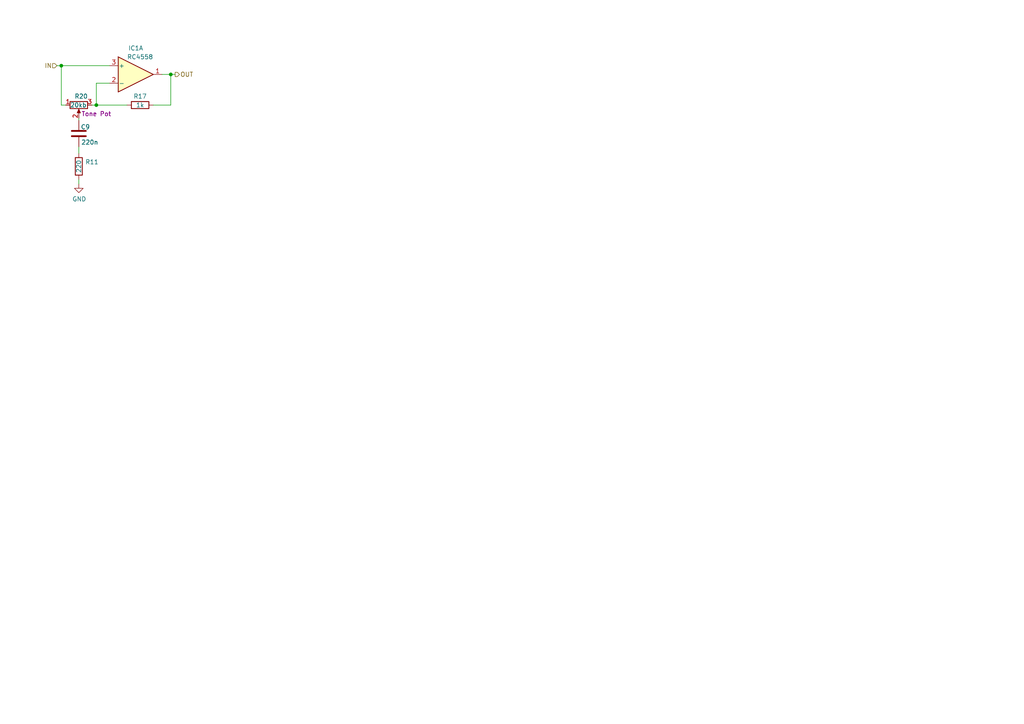
<source format=kicad_sch>
(kicad_sch (version 20211123) (generator eeschema)
  (paper "A4")
  (title_block (title "Screaming Panda Guitar Pedal") (date "2021-08-08") (rev "1v0") (company "John McAvoy"))
  (lib_symbols
    (symbol "Amplifier_Operational:RC4558" (pin_names (offset 0.127))
      (property "Reference" "U" (at 0 5.08 0))
      (property "Value" "RC4558" (at 0 -5.08 0))
      (symbol "RC4558_1_1"
        (polyline (pts (xy -5.08 5.08) (xy 5.08 0) (xy -5.08 -5.08) (xy -5.08 5.08)) (stroke (width 0.254)) (fill (type background)))
        (pin output line (at 7.62 0 180) (length 2.54) (name "~") (number "1"))
        (pin input line (at -7.62 -2.54 0) (length 2.54) (name "-") (number "2"))
        (pin input line (at -7.62 2.54 0) (length 2.54) (name "+") (number "3"))
      )
      (symbol "RC4558_2_1"
        (polyline (pts (xy -5.08 5.08) (xy 5.08 0) (xy -5.08 -5.08) (xy -5.08 5.08)) (stroke (width 0.254)) (fill (type background)))
        (pin input line (at -7.62 2.54 0) (length 2.54) (name "+") (number "5"))
        (pin input line (at -7.62 -2.54 0) (length 2.54) (name "-") (number "6"))
        (pin output line (at 7.62 0 180) (length 2.54) (name "~") (number "7"))
      )
      (symbol "RC4558_3_1"
        (pin power_in line (at -2.54 -7.62 90) (length 3.81) (name "V-") (number "4"))
        (pin power_in line (at -2.54 7.62 270) (length 3.81) (name "V+") (number "8"))
      )
    )
    (symbol "Device:C" (pin_numbers hide) (pin_names (offset 0.254))
      (property "Reference" "C" (at 0.635 2.54 0))
      (property "Value" "C" (at 0.635 -2.54 0))
      (symbol "C_0_1"
        (polyline (pts (xy -2.032 -0.762) (xy 2.032 -0.762)) (stroke (width 0.508)))
        (polyline (pts (xy -2.032 0.762) (xy 2.032 0.762)) (stroke (width 0.508)))
      )
      (symbol "C_1_1"
        (pin passive line (at 0 3.81 270) (length 2.794) (name "~") (number "1"))
        (pin passive line (at 0 -3.81 90) (length 2.794) (name "~") (number "2"))
      )
    )
    (symbol "Device:R" (pin_numbers hide) (pin_names (offset 0))
      (property "Reference" "R" (at 2.032 0 90))
      (property "Value" "R" (at 0 0 90))
      (symbol "R_0_1"
        (rectangle (start -1.016 -2.54) (end 1.016 2.54) (stroke (width 0.254)))
      )
      (symbol "R_1_1"
        (pin passive line (at 0 3.81 270) (length 1.27) (name "~") (number "1"))
        (pin passive line (at 0 -3.81 90) (length 1.27) (name "~") (number "2"))
      )
    )
    (symbol "Device:R_POT" (pin_names (offset 1.016) hide)
      (property "Reference" "RV" (at -4.445 0 90))
      (property "Value" "Device_R_POT" (at -2.54 0 90))
      (symbol "R_POT_0_1"
        (polyline (pts (xy 2.54 0) (xy 1.524 0)))
        (polyline (pts (xy 1.143 0) (xy 2.286 0.508) (xy 2.286 -0.508) (xy 1.143 0)) (fill (type outline)))
        (rectangle (start 1.016 2.54) (end -1.016 -2.54) (stroke (width 0.254)))
      )
      (symbol "R_POT_1_1"
        (pin passive line (at 0 3.81 270) (length 1.27) (name "1") (number "1"))
        (pin passive line (at 3.81 0 180) (length 1.27) (name "2") (number "2"))
        (pin passive line (at 0 -3.81 90) (length 1.27) (name "3") (number "3"))
      )
    )
    (symbol "power:GND" (power) (pin_names (offset 0))
      (property "Value" "GND" (at 0 -3.81 0))
      (symbol "GND_0_1"
        (polyline (pts (xy 0 0) (xy 0 -1.27) (xy 1.27 -1.27) (xy 0 -2.54) (xy -1.27 -1.27) (xy 0 -1.27)))
      )
      (symbol "GND_1_1"
        (pin power_in line (at 0 0 270) (length 0) hide (name "GND") (number "1"))
      )
    )
  )
  (junction (at 49.53 21.59))
  (junction (at 27.94 30.48))
  (junction (at 17.78 19.05))
  (wire (pts (xy 17.78 30.48) (xy 17.78 19.05)))
  (wire (pts (xy 46.99 21.59) (xy 49.53 21.59)))
  (wire (pts (xy 26.67 30.48) (xy 27.94 30.48)))
  (wire (pts (xy 22.86 34.29) (xy 22.86 34.925)))
  (wire (pts (xy 16.51 19.05) (xy 17.78 19.05)))
  (wire (pts (xy 17.78 19.05) (xy 31.75 19.05)))
  (wire (pts (xy 27.94 24.13) (xy 31.75 24.13)))
  (wire (pts (xy 19.05 30.48) (xy 17.78 30.48)))
  (wire (pts (xy 49.53 21.59) (xy 50.8 21.59)))
  (wire (pts (xy 22.86 44.45) (xy 22.86 42.545)))
  (wire (pts (xy 27.94 30.48) (xy 36.83 30.48)))
  (wire (pts (xy 27.94 24.13) (xy 27.94 30.48)))
  (wire (pts (xy 49.53 30.48) (xy 49.53 21.59)))
  (wire (pts (xy 22.86 53.34) (xy 22.86 52.07)))
  (wire (pts (xy 44.45 30.48) (xy 49.53 30.48)))
  (hierarchical_label "IN" (shape input) (at 16.51 19.05 180))
  (hierarchical_label "OUT" (shape output) (at 50.8 21.59 0))
  (symbol (lib_id "Device:R_POT") (at 22.86 30.48 90) (mirror x) (unit 1)
    (property "Reference" "R20" (at 21.59 27.94 90) (effects (justify right)))
    (property "Value" "20kb" (at 20.32 30.48 90) (effects (justify right)))
    (property "Footprint" "j-mcavoy:75160-195-03LF" (effects hide))
    (property "Datasheet" "https://www.molex.com/pdm_docs/sd/901200160_sd.pdf" (effects hide))
    (property "Spice_Primitive" "X" (effects hide))
    (property "Spice_Model" "POTTone" (effects hide))
    (property "Spice_Netlist_Enabled" "Y" (effects hide))
    (property "Spice_Lib_File" "../lib/kicad-library/spice_models/pots.lib" (effects hide))
    (property "Category" "Tone Pot" (at 27.94 33.02 90))
    (property "Digi-Key_PN" "75160-195-08LF" (effects hide))
    (property "MPN" "0901200160" (effects hide))
  )
  (symbol (lib_id "Device:C") (at 22.86 38.735 180) (unit 1)
    (property "Reference" "C9" (at 24.765 36.83 0))
    (property "Value" "220n" (at 26.035 41.275 0))
    (property "Footprint" "Capacitor_SMD:C_0805_2012Metric_Pad1.18x1.45mm_HandSolder" (effects hide))
    (property "Datasheet" "https://datasheet.octopart.com/C0805C224K5RACTU-Kemet-datasheet-5313890.pdf" (effects hide))
    (property "MPN" "C0805C224K5RACTU" (effects hide))
    (property "Digi-Key_PN" "478-12065C204KAT4ADKR-ND" (effects hide))
  )
  (symbol (lib_id "Device:R") (at 22.86 48.26 0) (unit 1)
    (property "Reference" "R11" (at 26.67 46.99 0))
    (property "Value" "220" (at 22.86 48.26 90))
    (property "Footprint" "Resistor_SMD:R_0805_2012Metric_Pad1.20x1.40mm_HandSolder" (effects hide))
    (property "Datasheet" "https://datasheet.octopart.com/ERJ-6GEYJ221V-Panasonic-datasheet-13266872.pdf" (effects hide))
    (property "Digi-Key_PN" "PT220XTR-ND" (effects hide))
    (property "MPN" "ERJ-6GEYJ221V" (effects hide))
  )
  (symbol (lib_id "power:GND") (at 22.86 53.34 0) (unit 1)
    (property "Reference" "#PWR017" (effects hide))
    (property "Value" "GND" (at 22.987 57.7342 0))
  )
  (symbol (lib_id "Device:R") (at 40.64 30.48 270) (unit 1)
    (property "Reference" "R17" (at 40.64 27.94 90))
    (property "Value" "1k" (at 40.64 30.48 90))
    (property "Footprint" "Resistor_SMD:R_0805_2012Metric_Pad1.20x1.40mm_HandSolder" (effects hide))
    (property "Datasheet" "https://datasheet.octopart.com/ERA6AEB102V-Panasonic-datasheet-62287448.pdf" (effects hide))
    (property "Digi-Key_PN" "A130048TR-ND" (effects hide))
    (property "MPN" "ERA6AEB102V" (effects hide))
  )
  (symbol (lib_id "Amplifier_Operational:RC4558") (at 39.37 21.59 0) (unit 1)
    (property "Reference" "IC1" (at 39.37 13.97 0))
    (property "Value" "RC4558" (at 40.64 16.51 0))
    (property "Footprint" "j-mcavoy:SOIC-8-1EP_W3.9mm" (effects hide))
    (property "Datasheet" "http://www.ti.com/lit/ds/symlink/rc4558.pdf" (effects hide))
    (property "Spice_Primitive" "X" (effects hide))
    (property "Spice_Model" "RC4558" (effects hide))
    (property "Spice_Netlist_Enabled" "Y" (effects hide))
    (property "Spice_Lib_File" "../lib/kicad-library/spice_models/RC4558.301.lib" (effects hide))
    (property "Digi-Key_PN" "296-9650-5-ND" (effects hide))
    (property "MPN" "RC4558D" (effects hide))
  )
)
</source>
